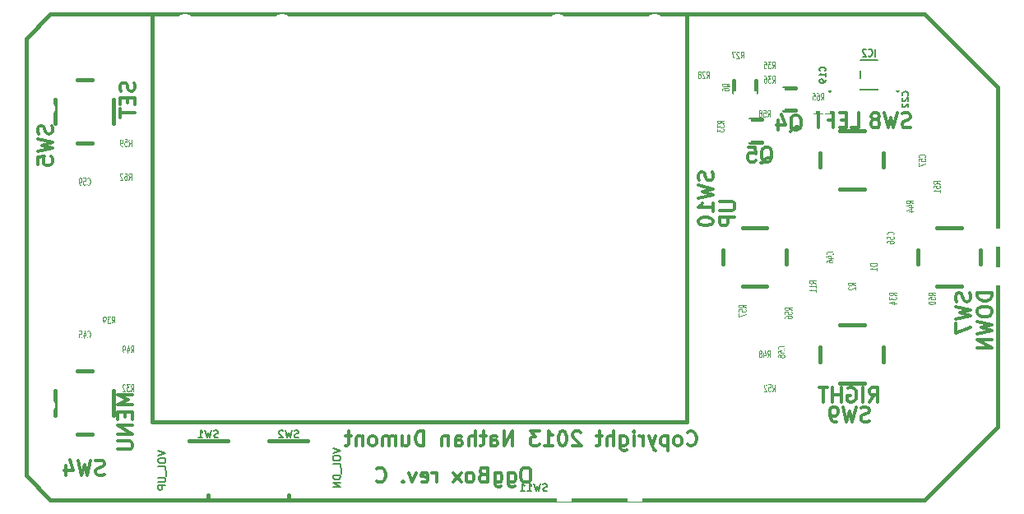
<source format=gbo>
G04 (created by PCBNEW (2013-07-05 BZR 4237)-testing) date Sat 03 Aug 2013 11:53:29 BST*
%MOIN*%
G04 Gerber Fmt 3.4, Leading zero omitted, Abs format*
%FSLAX34Y34*%
G01*
G70*
G90*
G04 APERTURE LIST*
%ADD10C,0.005906*%
%ADD11C,0.012000*%
%ADD12C,0.015000*%
%ADD13C,0.005000*%
%ADD14C,0.004331*%
%ADD15C,0.004500*%
%ADD16C,0.004429*%
%ADD17C,0.080000*%
%ADD18C,0.059400*%
%ADD19R,0.050000X0.040000*%
%ADD20R,0.059000X0.048000*%
%ADD21R,0.075000X0.055000*%
%ADD22R,0.090000X0.090000*%
%ADD23C,0.090000*%
%ADD24R,0.075000X0.146000*%
%ADD25R,0.146000X0.075000*%
%ADD26C,0.060000*%
%ADD27C,0.055400*%
%ADD28R,0.059400X0.051500*%
%ADD29R,0.047600X0.079100*%
%ADD30C,0.036200*%
%ADD31R,0.079100X0.075100*%
%ADD32R,0.043600X0.055400*%
%ADD33R,0.055400X0.043600*%
%ADD34R,0.079100X0.079100*%
%ADD35C,0.079100*%
%ADD36R,0.041654X0.043622*%
%ADD37R,0.043622X0.041654*%
G04 APERTURE END LIST*
G54D10*
G54D11*
X26793Y2249D02*
X26821Y2221D01*
X26907Y2193D01*
X26964Y2193D01*
X27050Y2221D01*
X27107Y2278D01*
X27136Y2334D01*
X27164Y2446D01*
X27164Y2531D01*
X27136Y2643D01*
X27107Y2700D01*
X27050Y2756D01*
X26964Y2784D01*
X26907Y2784D01*
X26821Y2756D01*
X26793Y2728D01*
X26450Y2193D02*
X26507Y2221D01*
X26536Y2249D01*
X26564Y2306D01*
X26564Y2475D01*
X26536Y2531D01*
X26507Y2559D01*
X26450Y2587D01*
X26364Y2587D01*
X26307Y2559D01*
X26279Y2531D01*
X26250Y2475D01*
X26250Y2306D01*
X26279Y2249D01*
X26307Y2221D01*
X26364Y2193D01*
X26450Y2193D01*
X25993Y2587D02*
X25993Y1996D01*
X25993Y2559D02*
X25936Y2587D01*
X25821Y2587D01*
X25764Y2559D01*
X25736Y2531D01*
X25707Y2475D01*
X25707Y2306D01*
X25736Y2249D01*
X25764Y2221D01*
X25821Y2193D01*
X25936Y2193D01*
X25993Y2221D01*
X25507Y2587D02*
X25364Y2193D01*
X25221Y2587D02*
X25364Y2193D01*
X25421Y2052D01*
X25450Y2024D01*
X25507Y1996D01*
X24993Y2193D02*
X24993Y2587D01*
X24993Y2475D02*
X24964Y2531D01*
X24936Y2559D01*
X24879Y2587D01*
X24821Y2587D01*
X24621Y2193D02*
X24621Y2587D01*
X24621Y2784D02*
X24650Y2756D01*
X24621Y2728D01*
X24593Y2756D01*
X24621Y2784D01*
X24621Y2728D01*
X24079Y2587D02*
X24079Y2109D01*
X24107Y2052D01*
X24136Y2024D01*
X24193Y1996D01*
X24279Y1996D01*
X24336Y2024D01*
X24079Y2221D02*
X24136Y2193D01*
X24250Y2193D01*
X24307Y2221D01*
X24336Y2249D01*
X24364Y2306D01*
X24364Y2475D01*
X24336Y2531D01*
X24307Y2559D01*
X24250Y2587D01*
X24136Y2587D01*
X24079Y2559D01*
X23793Y2193D02*
X23793Y2784D01*
X23536Y2193D02*
X23536Y2503D01*
X23564Y2559D01*
X23621Y2587D01*
X23707Y2587D01*
X23764Y2559D01*
X23793Y2531D01*
X23336Y2587D02*
X23107Y2587D01*
X23250Y2784D02*
X23250Y2278D01*
X23221Y2221D01*
X23164Y2193D01*
X23107Y2193D01*
X22479Y2728D02*
X22450Y2756D01*
X22393Y2784D01*
X22250Y2784D01*
X22193Y2756D01*
X22164Y2728D01*
X22136Y2672D01*
X22136Y2615D01*
X22164Y2531D01*
X22507Y2193D01*
X22136Y2193D01*
X21764Y2784D02*
X21707Y2784D01*
X21650Y2756D01*
X21621Y2728D01*
X21593Y2672D01*
X21564Y2559D01*
X21564Y2418D01*
X21593Y2306D01*
X21621Y2249D01*
X21650Y2221D01*
X21707Y2193D01*
X21764Y2193D01*
X21821Y2221D01*
X21850Y2249D01*
X21879Y2306D01*
X21907Y2418D01*
X21907Y2559D01*
X21879Y2672D01*
X21850Y2728D01*
X21821Y2756D01*
X21764Y2784D01*
X20993Y2193D02*
X21336Y2193D01*
X21164Y2193D02*
X21164Y2784D01*
X21221Y2700D01*
X21278Y2643D01*
X21336Y2615D01*
X20793Y2784D02*
X20421Y2784D01*
X20621Y2559D01*
X20536Y2559D01*
X20478Y2531D01*
X20450Y2503D01*
X20421Y2446D01*
X20421Y2306D01*
X20450Y2249D01*
X20478Y2221D01*
X20536Y2193D01*
X20707Y2193D01*
X20764Y2221D01*
X20793Y2249D01*
X19707Y2193D02*
X19707Y2784D01*
X19364Y2193D01*
X19364Y2784D01*
X18821Y2193D02*
X18821Y2503D01*
X18850Y2559D01*
X18907Y2587D01*
X19021Y2587D01*
X19078Y2559D01*
X18821Y2221D02*
X18878Y2193D01*
X19021Y2193D01*
X19078Y2221D01*
X19107Y2278D01*
X19107Y2334D01*
X19078Y2390D01*
X19021Y2418D01*
X18878Y2418D01*
X18821Y2446D01*
X18621Y2587D02*
X18393Y2587D01*
X18536Y2784D02*
X18536Y2278D01*
X18507Y2221D01*
X18450Y2193D01*
X18393Y2193D01*
X18193Y2193D02*
X18193Y2784D01*
X17936Y2193D02*
X17936Y2503D01*
X17964Y2559D01*
X18021Y2587D01*
X18107Y2587D01*
X18164Y2559D01*
X18193Y2531D01*
X17393Y2193D02*
X17393Y2503D01*
X17421Y2559D01*
X17478Y2587D01*
X17593Y2587D01*
X17650Y2559D01*
X17393Y2221D02*
X17450Y2193D01*
X17593Y2193D01*
X17650Y2221D01*
X17678Y2278D01*
X17678Y2334D01*
X17650Y2390D01*
X17593Y2418D01*
X17450Y2418D01*
X17393Y2446D01*
X17107Y2587D02*
X17107Y2193D01*
X17107Y2531D02*
X17078Y2559D01*
X17021Y2587D01*
X16936Y2587D01*
X16878Y2559D01*
X16850Y2503D01*
X16850Y2193D01*
X16107Y2193D02*
X16107Y2784D01*
X15964Y2784D01*
X15878Y2756D01*
X15821Y2700D01*
X15793Y2643D01*
X15764Y2531D01*
X15764Y2446D01*
X15793Y2334D01*
X15821Y2278D01*
X15878Y2221D01*
X15964Y2193D01*
X16107Y2193D01*
X15250Y2587D02*
X15250Y2193D01*
X15507Y2587D02*
X15507Y2278D01*
X15478Y2221D01*
X15421Y2193D01*
X15336Y2193D01*
X15278Y2221D01*
X15250Y2249D01*
X14964Y2193D02*
X14964Y2587D01*
X14964Y2531D02*
X14936Y2559D01*
X14879Y2587D01*
X14793Y2587D01*
X14736Y2559D01*
X14707Y2503D01*
X14707Y2193D01*
X14707Y2503D02*
X14679Y2559D01*
X14621Y2587D01*
X14536Y2587D01*
X14479Y2559D01*
X14450Y2503D01*
X14450Y2193D01*
X14079Y2193D02*
X14136Y2221D01*
X14164Y2249D01*
X14193Y2306D01*
X14193Y2475D01*
X14164Y2531D01*
X14136Y2559D01*
X14079Y2587D01*
X13993Y2587D01*
X13936Y2559D01*
X13907Y2531D01*
X13879Y2475D01*
X13879Y2306D01*
X13907Y2249D01*
X13936Y2221D01*
X13993Y2193D01*
X14079Y2193D01*
X13621Y2587D02*
X13621Y2193D01*
X13621Y2531D02*
X13593Y2559D01*
X13536Y2587D01*
X13450Y2587D01*
X13393Y2559D01*
X13364Y2503D01*
X13364Y2193D01*
X13164Y2587D02*
X12936Y2587D01*
X13079Y2784D02*
X13079Y2278D01*
X13050Y2221D01*
X12993Y2193D01*
X12936Y2193D01*
X20308Y1308D02*
X20194Y1308D01*
X20137Y1280D01*
X20080Y1224D01*
X20051Y1111D01*
X20051Y914D01*
X20080Y802D01*
X20137Y745D01*
X20194Y717D01*
X20308Y717D01*
X20365Y745D01*
X20423Y802D01*
X20451Y914D01*
X20451Y1111D01*
X20423Y1224D01*
X20365Y1280D01*
X20308Y1308D01*
X19537Y1111D02*
X19537Y633D01*
X19565Y576D01*
X19594Y548D01*
X19651Y520D01*
X19737Y520D01*
X19794Y548D01*
X19537Y745D02*
X19594Y717D01*
X19708Y717D01*
X19765Y745D01*
X19794Y773D01*
X19823Y830D01*
X19823Y999D01*
X19794Y1055D01*
X19765Y1083D01*
X19708Y1111D01*
X19594Y1111D01*
X19537Y1083D01*
X18994Y1111D02*
X18994Y633D01*
X19023Y576D01*
X19051Y548D01*
X19108Y520D01*
X19194Y520D01*
X19251Y548D01*
X18994Y745D02*
X19051Y717D01*
X19165Y717D01*
X19223Y745D01*
X19251Y773D01*
X19280Y830D01*
X19280Y999D01*
X19251Y1055D01*
X19223Y1083D01*
X19165Y1111D01*
X19051Y1111D01*
X18994Y1083D01*
X18508Y1027D02*
X18423Y999D01*
X18394Y970D01*
X18365Y914D01*
X18365Y830D01*
X18394Y773D01*
X18423Y745D01*
X18480Y717D01*
X18708Y717D01*
X18708Y1308D01*
X18508Y1308D01*
X18451Y1280D01*
X18423Y1252D01*
X18394Y1196D01*
X18394Y1139D01*
X18423Y1083D01*
X18451Y1055D01*
X18508Y1027D01*
X18708Y1027D01*
X18023Y717D02*
X18080Y745D01*
X18108Y773D01*
X18137Y830D01*
X18137Y999D01*
X18108Y1055D01*
X18080Y1083D01*
X18023Y1111D01*
X17937Y1111D01*
X17880Y1083D01*
X17851Y1055D01*
X17823Y999D01*
X17823Y830D01*
X17851Y773D01*
X17880Y745D01*
X17937Y717D01*
X18023Y717D01*
X17623Y717D02*
X17308Y1111D01*
X17623Y1111D02*
X17308Y717D01*
X16623Y717D02*
X16623Y1111D01*
X16623Y999D02*
X16594Y1055D01*
X16565Y1083D01*
X16508Y1111D01*
X16451Y1111D01*
X16023Y745D02*
X16080Y717D01*
X16194Y717D01*
X16251Y745D01*
X16280Y802D01*
X16280Y1027D01*
X16251Y1083D01*
X16194Y1111D01*
X16080Y1111D01*
X16023Y1083D01*
X15994Y1027D01*
X15994Y970D01*
X16280Y914D01*
X15794Y1111D02*
X15651Y717D01*
X15508Y1111D01*
X15280Y773D02*
X15251Y745D01*
X15280Y717D01*
X15308Y745D01*
X15280Y773D01*
X15280Y717D01*
X14194Y773D02*
X14223Y745D01*
X14308Y717D01*
X14365Y717D01*
X14451Y745D01*
X14508Y802D01*
X14537Y858D01*
X14565Y970D01*
X14565Y1055D01*
X14537Y1167D01*
X14508Y1224D01*
X14451Y1280D01*
X14365Y1308D01*
X14308Y1308D01*
X14223Y1280D01*
X14194Y1252D01*
G54D12*
X39369Y16733D02*
X39370Y16733D01*
X36417Y19685D02*
X39369Y16733D01*
X984Y19685D02*
X0Y18701D01*
X36417Y19685D02*
X984Y19685D01*
X36417Y0D02*
X39370Y2953D01*
X0Y984D02*
X0Y985D01*
X984Y0D02*
X0Y984D01*
X36417Y0D02*
X984Y0D01*
X0Y18701D02*
X0Y985D01*
X39370Y16733D02*
X39370Y2953D01*
X22047Y19686D02*
X25000Y19686D01*
X11024Y19686D02*
X21063Y19686D01*
X9646Y19686D02*
X9843Y19686D01*
X7087Y19686D02*
X9646Y19686D01*
X26772Y19686D02*
X26772Y3150D01*
X26772Y3150D02*
X5118Y3150D01*
X5118Y3150D02*
X5118Y19686D01*
X5118Y19686D02*
X5906Y19686D01*
X26772Y19686D02*
X25984Y19686D01*
G54D13*
X33803Y16624D02*
X34503Y16624D01*
X34503Y16624D02*
X34503Y17824D01*
X34503Y17824D02*
X33803Y17824D01*
X33803Y17824D02*
X33803Y16624D01*
X35380Y16574D02*
G75*
G03X35380Y16574I-50J0D01*
G74*
G01*
X35330Y17024D02*
X35330Y16624D01*
X35330Y16624D02*
X35930Y16624D01*
X35930Y16624D02*
X35930Y17024D01*
X35930Y17424D02*
X35930Y17824D01*
X35930Y17824D02*
X35330Y17824D01*
X35330Y17824D02*
X35330Y17424D01*
X32624Y16574D02*
G75*
G03X32624Y16574I-50J0D01*
G74*
G01*
X32574Y17024D02*
X32574Y16624D01*
X32574Y16624D02*
X33174Y16624D01*
X33174Y16624D02*
X33174Y17024D01*
X33174Y17424D02*
X33174Y17824D01*
X33174Y17824D02*
X32574Y17824D01*
X32574Y17824D02*
X32574Y17424D01*
G54D12*
X1181Y3445D02*
X1181Y4429D01*
X3543Y3445D02*
X3543Y4429D01*
X2657Y5217D02*
X2067Y5217D01*
X2657Y2657D02*
X2067Y2657D01*
X29036Y11024D02*
X30020Y11024D01*
X29036Y8662D02*
X30020Y8662D01*
X30808Y9548D02*
X30808Y10138D01*
X28248Y9548D02*
X28248Y10138D01*
X36910Y11024D02*
X37894Y11024D01*
X36910Y8662D02*
X37894Y8662D01*
X38682Y9548D02*
X38682Y10138D01*
X36122Y9548D02*
X36122Y10138D01*
X32973Y14961D02*
X33957Y14961D01*
X32973Y12599D02*
X33957Y12599D01*
X34745Y13485D02*
X34745Y14075D01*
X32185Y13485D02*
X32185Y14075D01*
X32973Y7087D02*
X33957Y7087D01*
X32973Y4725D02*
X33957Y4725D01*
X34745Y5611D02*
X34745Y6201D01*
X32185Y5611D02*
X32185Y6201D01*
X1181Y15256D02*
X1181Y16240D01*
X3543Y15256D02*
X3543Y16240D01*
X2657Y17028D02*
X2067Y17028D01*
X2657Y14468D02*
X2067Y14468D01*
X24212Y0D02*
X22244Y0D01*
X10630Y1D02*
X10630Y198D01*
X9843Y1D02*
X11417Y1D01*
X9843Y2383D02*
X11417Y2383D01*
X7382Y1D02*
X7382Y198D01*
X6595Y1D02*
X8169Y1D01*
X6595Y2383D02*
X8169Y2383D01*
X30708Y15787D02*
X31181Y15787D01*
X30708Y16693D02*
X31181Y16693D01*
X29330Y14508D02*
X29803Y14508D01*
X29330Y15413D02*
X29803Y15413D01*
X29586Y16535D02*
X29586Y17008D01*
X28681Y16535D02*
X28681Y17008D01*
G54D13*
X34397Y17974D02*
X34397Y18274D01*
X34135Y18003D02*
X34147Y17989D01*
X34183Y17974D01*
X34207Y17974D01*
X34242Y17989D01*
X34266Y18017D01*
X34278Y18046D01*
X34290Y18103D01*
X34290Y18146D01*
X34278Y18203D01*
X34266Y18232D01*
X34242Y18260D01*
X34207Y18274D01*
X34183Y18274D01*
X34147Y18260D01*
X34135Y18246D01*
X34040Y18246D02*
X34028Y18260D01*
X34004Y18274D01*
X33945Y18274D01*
X33921Y18260D01*
X33909Y18246D01*
X33897Y18217D01*
X33897Y18189D01*
X33909Y18146D01*
X34052Y17974D01*
X33897Y17974D01*
G54D14*
X34475Y9579D02*
X34199Y9579D01*
X34199Y9537D01*
X34212Y9512D01*
X34238Y9495D01*
X34265Y9487D01*
X34317Y9478D01*
X34357Y9478D01*
X34409Y9487D01*
X34435Y9495D01*
X34462Y9512D01*
X34475Y9537D01*
X34475Y9579D01*
X34475Y9310D02*
X34475Y9411D01*
X34475Y9360D02*
X34199Y9360D01*
X34238Y9377D01*
X34265Y9394D01*
X34278Y9411D01*
G54D13*
X35721Y16399D02*
X35733Y16411D01*
X35745Y16447D01*
X35745Y16470D01*
X35733Y16506D01*
X35709Y16530D01*
X35685Y16542D01*
X35637Y16554D01*
X35602Y16554D01*
X35554Y16542D01*
X35530Y16530D01*
X35507Y16506D01*
X35495Y16470D01*
X35495Y16447D01*
X35507Y16411D01*
X35518Y16399D01*
X35518Y16304D02*
X35507Y16292D01*
X35495Y16268D01*
X35495Y16209D01*
X35507Y16185D01*
X35518Y16173D01*
X35542Y16161D01*
X35566Y16161D01*
X35602Y16173D01*
X35745Y16316D01*
X35745Y16161D01*
X35518Y16066D02*
X35507Y16054D01*
X35495Y16030D01*
X35495Y15970D01*
X35507Y15947D01*
X35518Y15935D01*
X35542Y15923D01*
X35566Y15923D01*
X35602Y15935D01*
X35745Y16078D01*
X35745Y15923D01*
X32373Y17385D02*
X32385Y17397D01*
X32397Y17433D01*
X32397Y17456D01*
X32385Y17492D01*
X32361Y17516D01*
X32337Y17528D01*
X32290Y17540D01*
X32254Y17540D01*
X32206Y17528D01*
X32182Y17516D01*
X32159Y17492D01*
X32147Y17456D01*
X32147Y17433D01*
X32159Y17397D01*
X32170Y17385D01*
X32397Y17147D02*
X32397Y17290D01*
X32397Y17218D02*
X32147Y17218D01*
X32182Y17242D01*
X32206Y17266D01*
X32218Y17290D01*
X32397Y17028D02*
X32397Y16980D01*
X32385Y16956D01*
X32373Y16945D01*
X32337Y16921D01*
X32290Y16909D01*
X32194Y16909D01*
X32170Y16921D01*
X32159Y16933D01*
X32147Y16956D01*
X32147Y17004D01*
X32159Y17028D01*
X32170Y17040D01*
X32194Y17052D01*
X32254Y17052D01*
X32278Y17040D01*
X32290Y17028D01*
X32301Y17004D01*
X32301Y16956D01*
X32290Y16933D01*
X32278Y16921D01*
X32254Y16909D01*
G54D11*
X3162Y1037D02*
X3076Y1008D01*
X2933Y1008D01*
X2876Y1037D01*
X2847Y1065D01*
X2819Y1122D01*
X2819Y1180D01*
X2847Y1237D01*
X2876Y1265D01*
X2933Y1294D01*
X3047Y1322D01*
X3104Y1351D01*
X3133Y1380D01*
X3162Y1437D01*
X3162Y1494D01*
X3133Y1551D01*
X3104Y1580D01*
X3047Y1608D01*
X2904Y1608D01*
X2819Y1580D01*
X2619Y1608D02*
X2476Y1008D01*
X2362Y1437D01*
X2247Y1008D01*
X2104Y1608D01*
X1619Y1408D02*
X1619Y1008D01*
X1762Y1637D02*
X1904Y1208D01*
X1533Y1208D01*
X4306Y4250D02*
X3706Y4250D01*
X4135Y4050D01*
X3706Y3850D01*
X4306Y3850D01*
X3992Y3564D02*
X3992Y3364D01*
X4306Y3278D02*
X4306Y3564D01*
X3706Y3564D01*
X3706Y3278D01*
X4306Y3021D02*
X3706Y3021D01*
X4306Y2678D01*
X3706Y2678D01*
X3706Y2392D02*
X4192Y2392D01*
X4249Y2364D01*
X4278Y2335D01*
X4306Y2278D01*
X4306Y2164D01*
X4278Y2107D01*
X4249Y2078D01*
X4192Y2050D01*
X3706Y2050D01*
X27801Y13290D02*
X27830Y13205D01*
X27830Y13062D01*
X27801Y13005D01*
X27773Y12976D01*
X27716Y12947D01*
X27659Y12947D01*
X27601Y12976D01*
X27573Y13005D01*
X27544Y13062D01*
X27516Y13176D01*
X27487Y13233D01*
X27459Y13262D01*
X27401Y13290D01*
X27344Y13290D01*
X27287Y13262D01*
X27259Y13233D01*
X27230Y13176D01*
X27230Y13033D01*
X27259Y12947D01*
X27230Y12747D02*
X27830Y12605D01*
X27401Y12490D01*
X27830Y12376D01*
X27230Y12233D01*
X27830Y11690D02*
X27830Y12033D01*
X27830Y11862D02*
X27230Y11862D01*
X27316Y11919D01*
X27373Y11976D01*
X27401Y12033D01*
X27230Y11319D02*
X27230Y11262D01*
X27259Y11204D01*
X27287Y11176D01*
X27344Y11147D01*
X27459Y11119D01*
X27601Y11119D01*
X27716Y11147D01*
X27773Y11176D01*
X27801Y11204D01*
X27830Y11262D01*
X27830Y11319D01*
X27801Y11376D01*
X27773Y11404D01*
X27716Y11433D01*
X27601Y11462D01*
X27459Y11462D01*
X27344Y11433D01*
X27287Y11404D01*
X27259Y11376D01*
X27230Y11319D01*
X28116Y12086D02*
X28602Y12086D01*
X28659Y12057D01*
X28687Y12029D01*
X28716Y11972D01*
X28716Y11857D01*
X28687Y11800D01*
X28659Y11772D01*
X28602Y11743D01*
X28116Y11743D01*
X28716Y11457D02*
X28116Y11457D01*
X28116Y11229D01*
X28145Y11172D01*
X28173Y11143D01*
X28230Y11115D01*
X28316Y11115D01*
X28373Y11143D01*
X28402Y11172D01*
X28430Y11229D01*
X28430Y11457D01*
X38234Y8379D02*
X38263Y8293D01*
X38263Y8150D01*
X38234Y8093D01*
X38206Y8064D01*
X38149Y8036D01*
X38092Y8036D01*
X38034Y8064D01*
X38006Y8093D01*
X37977Y8150D01*
X37949Y8264D01*
X37920Y8321D01*
X37892Y8350D01*
X37834Y8379D01*
X37777Y8379D01*
X37720Y8350D01*
X37692Y8321D01*
X37663Y8264D01*
X37663Y8121D01*
X37692Y8036D01*
X37663Y7836D02*
X38263Y7693D01*
X37834Y7579D01*
X38263Y7464D01*
X37663Y7321D01*
X37663Y7150D02*
X37663Y6750D01*
X38263Y7007D01*
X39149Y8412D02*
X38549Y8412D01*
X38549Y8269D01*
X38578Y8183D01*
X38635Y8126D01*
X38692Y8098D01*
X38806Y8069D01*
X38892Y8069D01*
X39006Y8098D01*
X39063Y8126D01*
X39120Y8183D01*
X39149Y8269D01*
X39149Y8412D01*
X38549Y7698D02*
X38549Y7583D01*
X38578Y7526D01*
X38635Y7469D01*
X38749Y7441D01*
X38949Y7441D01*
X39063Y7469D01*
X39120Y7526D01*
X39149Y7583D01*
X39149Y7698D01*
X39120Y7755D01*
X39063Y7812D01*
X38949Y7841D01*
X38749Y7841D01*
X38635Y7812D01*
X38578Y7755D01*
X38549Y7698D01*
X38549Y7241D02*
X39149Y7098D01*
X38720Y6984D01*
X39149Y6869D01*
X38549Y6726D01*
X39149Y6498D02*
X38549Y6498D01*
X39149Y6155D01*
X38549Y6155D01*
X35839Y15111D02*
X35753Y15083D01*
X35610Y15083D01*
X35553Y15111D01*
X35525Y15140D01*
X35496Y15197D01*
X35496Y15254D01*
X35525Y15311D01*
X35553Y15340D01*
X35610Y15369D01*
X35725Y15397D01*
X35782Y15426D01*
X35810Y15454D01*
X35839Y15511D01*
X35839Y15569D01*
X35810Y15626D01*
X35782Y15654D01*
X35725Y15683D01*
X35582Y15683D01*
X35496Y15654D01*
X35296Y15683D02*
X35153Y15083D01*
X35039Y15511D01*
X34925Y15083D01*
X34782Y15683D01*
X34468Y15426D02*
X34525Y15454D01*
X34553Y15483D01*
X34582Y15540D01*
X34582Y15569D01*
X34553Y15626D01*
X34525Y15654D01*
X34468Y15683D01*
X34353Y15683D01*
X34296Y15654D01*
X34268Y15626D01*
X34239Y15569D01*
X34239Y15540D01*
X34268Y15483D01*
X34296Y15454D01*
X34353Y15426D01*
X34468Y15426D01*
X34525Y15397D01*
X34553Y15369D01*
X34582Y15311D01*
X34582Y15197D01*
X34553Y15140D01*
X34525Y15111D01*
X34468Y15083D01*
X34353Y15083D01*
X34296Y15111D01*
X34268Y15140D01*
X34239Y15197D01*
X34239Y15311D01*
X34268Y15369D01*
X34296Y15397D01*
X34353Y15426D01*
X33445Y15083D02*
X33731Y15083D01*
X33731Y15683D01*
X33245Y15397D02*
X33045Y15397D01*
X32959Y15083D02*
X33245Y15083D01*
X33245Y15683D01*
X32959Y15683D01*
X32502Y15397D02*
X32702Y15397D01*
X32702Y15083D02*
X32702Y15683D01*
X32416Y15683D01*
X32274Y15683D02*
X31931Y15683D01*
X32102Y15083D02*
X32102Y15683D01*
X34166Y3202D02*
X34080Y3173D01*
X33937Y3173D01*
X33880Y3202D01*
X33851Y3230D01*
X33823Y3288D01*
X33823Y3345D01*
X33851Y3402D01*
X33880Y3430D01*
X33937Y3459D01*
X34051Y3488D01*
X34109Y3516D01*
X34137Y3545D01*
X34166Y3602D01*
X34166Y3659D01*
X34137Y3716D01*
X34109Y3745D01*
X34051Y3773D01*
X33909Y3773D01*
X33823Y3745D01*
X33623Y3773D02*
X33480Y3173D01*
X33366Y3602D01*
X33251Y3173D01*
X33109Y3773D01*
X32851Y3173D02*
X32737Y3173D01*
X32680Y3202D01*
X32651Y3230D01*
X32594Y3316D01*
X32566Y3430D01*
X32566Y3659D01*
X32594Y3716D01*
X32623Y3745D01*
X32680Y3773D01*
X32794Y3773D01*
X32851Y3745D01*
X32880Y3716D01*
X32909Y3659D01*
X32909Y3516D01*
X32880Y3459D01*
X32851Y3430D01*
X32794Y3402D01*
X32680Y3402D01*
X32623Y3430D01*
X32594Y3459D01*
X32566Y3516D01*
X34166Y3961D02*
X34366Y4246D01*
X34509Y3961D02*
X34509Y4561D01*
X34280Y4561D01*
X34223Y4532D01*
X34194Y4504D01*
X34166Y4446D01*
X34166Y4361D01*
X34194Y4304D01*
X34223Y4275D01*
X34280Y4246D01*
X34509Y4246D01*
X33909Y3961D02*
X33909Y4561D01*
X33309Y4532D02*
X33366Y4561D01*
X33451Y4561D01*
X33537Y4532D01*
X33594Y4475D01*
X33623Y4418D01*
X33651Y4304D01*
X33651Y4218D01*
X33623Y4104D01*
X33594Y4046D01*
X33537Y3989D01*
X33451Y3961D01*
X33394Y3961D01*
X33309Y3989D01*
X33280Y4018D01*
X33280Y4218D01*
X33394Y4218D01*
X33023Y3961D02*
X33023Y4561D01*
X33023Y4275D02*
X32680Y4275D01*
X32680Y3961D02*
X32680Y4561D01*
X32480Y4561D02*
X32137Y4561D01*
X32309Y3961D02*
X32309Y4561D01*
X1030Y15170D02*
X1058Y15084D01*
X1058Y14941D01*
X1030Y14884D01*
X1001Y14856D01*
X944Y14827D01*
X887Y14827D01*
X830Y14856D01*
X801Y14884D01*
X773Y14941D01*
X744Y15056D01*
X716Y15113D01*
X687Y15141D01*
X630Y15170D01*
X573Y15170D01*
X516Y15141D01*
X487Y15113D01*
X458Y15056D01*
X458Y14913D01*
X487Y14827D01*
X458Y14627D02*
X1058Y14484D01*
X630Y14370D01*
X1058Y14256D01*
X458Y14113D01*
X458Y13599D02*
X458Y13884D01*
X744Y13913D01*
X716Y13884D01*
X687Y13827D01*
X687Y13684D01*
X716Y13627D01*
X744Y13599D01*
X801Y13570D01*
X944Y13570D01*
X1001Y13599D01*
X1030Y13627D01*
X1058Y13684D01*
X1058Y13827D01*
X1030Y13884D01*
X1001Y13913D01*
X4376Y16911D02*
X4405Y16826D01*
X4405Y16683D01*
X4376Y16626D01*
X4348Y16597D01*
X4291Y16569D01*
X4233Y16569D01*
X4176Y16597D01*
X4148Y16626D01*
X4119Y16683D01*
X4091Y16797D01*
X4062Y16854D01*
X4033Y16883D01*
X3976Y16911D01*
X3919Y16911D01*
X3862Y16883D01*
X3833Y16854D01*
X3805Y16797D01*
X3805Y16654D01*
X3833Y16569D01*
X4091Y16311D02*
X4091Y16111D01*
X4405Y16026D02*
X4405Y16311D01*
X3805Y16311D01*
X3805Y16026D01*
X3805Y15854D02*
X3805Y15511D01*
X4405Y15683D02*
X3805Y15683D01*
G54D13*
X21113Y371D02*
X21070Y356D01*
X20999Y356D01*
X20970Y371D01*
X20956Y385D01*
X20942Y413D01*
X20942Y442D01*
X20956Y471D01*
X20970Y485D01*
X20999Y499D01*
X21056Y513D01*
X21085Y528D01*
X21099Y542D01*
X21113Y571D01*
X21113Y599D01*
X21099Y628D01*
X21085Y642D01*
X21056Y656D01*
X20985Y656D01*
X20942Y642D01*
X20842Y656D02*
X20770Y356D01*
X20713Y571D01*
X20656Y356D01*
X20585Y656D01*
X20313Y356D02*
X20485Y356D01*
X20399Y356D02*
X20399Y656D01*
X20428Y613D01*
X20456Y585D01*
X20485Y571D01*
X20028Y356D02*
X20199Y356D01*
X20113Y356D02*
X20113Y656D01*
X20142Y613D01*
X20170Y585D01*
X20199Y571D01*
X11029Y2536D02*
X10987Y2522D01*
X10915Y2522D01*
X10887Y2536D01*
X10872Y2550D01*
X10858Y2579D01*
X10858Y2608D01*
X10872Y2636D01*
X10887Y2650D01*
X10915Y2665D01*
X10972Y2679D01*
X11001Y2693D01*
X11015Y2708D01*
X11029Y2736D01*
X11029Y2765D01*
X11015Y2793D01*
X11001Y2808D01*
X10972Y2822D01*
X10901Y2822D01*
X10858Y2808D01*
X10758Y2822D02*
X10687Y2522D01*
X10629Y2736D01*
X10572Y2522D01*
X10501Y2822D01*
X10401Y2793D02*
X10387Y2808D01*
X10358Y2822D01*
X10287Y2822D01*
X10258Y2808D01*
X10244Y2793D01*
X10230Y2765D01*
X10230Y2736D01*
X10244Y2693D01*
X10415Y2522D01*
X10230Y2522D01*
X12434Y2080D02*
X12734Y1980D01*
X12434Y1880D01*
X12434Y1722D02*
X12434Y1665D01*
X12449Y1637D01*
X12477Y1608D01*
X12534Y1594D01*
X12634Y1594D01*
X12691Y1608D01*
X12720Y1637D01*
X12734Y1665D01*
X12734Y1722D01*
X12720Y1751D01*
X12691Y1779D01*
X12634Y1794D01*
X12534Y1794D01*
X12477Y1779D01*
X12449Y1751D01*
X12434Y1722D01*
X12734Y1322D02*
X12734Y1465D01*
X12434Y1465D01*
X12763Y1294D02*
X12763Y1065D01*
X12734Y994D02*
X12434Y994D01*
X12434Y922D01*
X12449Y880D01*
X12477Y851D01*
X12506Y837D01*
X12563Y822D01*
X12606Y822D01*
X12663Y837D01*
X12691Y851D01*
X12720Y880D01*
X12734Y922D01*
X12734Y994D01*
X12734Y694D02*
X12434Y694D01*
X12734Y522D01*
X12434Y522D01*
X7781Y2536D02*
X7739Y2522D01*
X7667Y2522D01*
X7639Y2536D01*
X7624Y2550D01*
X7610Y2579D01*
X7610Y2608D01*
X7624Y2636D01*
X7639Y2650D01*
X7667Y2665D01*
X7724Y2679D01*
X7753Y2693D01*
X7767Y2708D01*
X7781Y2736D01*
X7781Y2765D01*
X7767Y2793D01*
X7753Y2808D01*
X7724Y2822D01*
X7653Y2822D01*
X7610Y2808D01*
X7510Y2822D02*
X7439Y2522D01*
X7381Y2736D01*
X7324Y2522D01*
X7253Y2822D01*
X6982Y2522D02*
X7153Y2522D01*
X7067Y2522D02*
X7067Y2822D01*
X7096Y2779D01*
X7124Y2750D01*
X7153Y2736D01*
X5347Y1982D02*
X5647Y1882D01*
X5347Y1782D01*
X5347Y1624D02*
X5347Y1567D01*
X5362Y1539D01*
X5390Y1510D01*
X5447Y1496D01*
X5547Y1496D01*
X5604Y1510D01*
X5633Y1539D01*
X5647Y1567D01*
X5647Y1624D01*
X5633Y1653D01*
X5604Y1681D01*
X5547Y1696D01*
X5447Y1696D01*
X5390Y1681D01*
X5362Y1653D01*
X5347Y1624D01*
X5647Y1224D02*
X5647Y1367D01*
X5347Y1367D01*
X5676Y1196D02*
X5676Y967D01*
X5347Y896D02*
X5590Y896D01*
X5619Y882D01*
X5633Y867D01*
X5647Y839D01*
X5647Y782D01*
X5633Y753D01*
X5619Y739D01*
X5590Y724D01*
X5347Y724D01*
X5647Y581D02*
X5347Y581D01*
X5347Y467D01*
X5362Y439D01*
X5376Y424D01*
X5404Y410D01*
X5447Y410D01*
X5476Y424D01*
X5490Y439D01*
X5504Y467D01*
X5504Y581D01*
G54D15*
X2477Y6593D02*
X2486Y6579D01*
X2512Y6566D01*
X2529Y6566D01*
X2555Y6579D01*
X2572Y6606D01*
X2580Y6633D01*
X2589Y6686D01*
X2589Y6726D01*
X2580Y6779D01*
X2572Y6806D01*
X2555Y6833D01*
X2529Y6846D01*
X2512Y6846D01*
X2486Y6833D01*
X2477Y6819D01*
X2323Y6753D02*
X2323Y6566D01*
X2366Y6859D02*
X2409Y6659D01*
X2297Y6659D01*
X2143Y6846D02*
X2229Y6846D01*
X2237Y6713D01*
X2229Y6726D01*
X2212Y6739D01*
X2169Y6739D01*
X2152Y6726D01*
X2143Y6713D01*
X2135Y6686D01*
X2135Y6619D01*
X2143Y6593D01*
X2152Y6579D01*
X2169Y6566D01*
X2212Y6566D01*
X2229Y6579D01*
X2237Y6593D01*
X32678Y9958D02*
X32692Y9967D01*
X32705Y9992D01*
X32705Y10010D01*
X32692Y10035D01*
X32665Y10052D01*
X32638Y10061D01*
X32585Y10070D01*
X32545Y10070D01*
X32492Y10061D01*
X32465Y10052D01*
X32438Y10035D01*
X32425Y10010D01*
X32425Y9992D01*
X32438Y9967D01*
X32452Y9958D01*
X32518Y9804D02*
X32705Y9804D01*
X32412Y9847D02*
X32612Y9890D01*
X32612Y9778D01*
X32425Y9632D02*
X32425Y9667D01*
X32438Y9684D01*
X32452Y9692D01*
X32492Y9710D01*
X32545Y9718D01*
X32652Y9718D01*
X32678Y9710D01*
X32692Y9701D01*
X32705Y9684D01*
X32705Y9650D01*
X32692Y9632D01*
X32678Y9624D01*
X32652Y9615D01*
X32585Y9615D01*
X32558Y9624D01*
X32545Y9632D01*
X32532Y9650D01*
X32532Y9684D01*
X32545Y9701D01*
X32558Y9710D01*
X32585Y9718D01*
X35139Y10746D02*
X35152Y10754D01*
X35166Y10780D01*
X35166Y10797D01*
X35152Y10823D01*
X35126Y10840D01*
X35099Y10848D01*
X35046Y10857D01*
X35006Y10857D01*
X34952Y10848D01*
X34926Y10840D01*
X34899Y10823D01*
X34886Y10797D01*
X34886Y10780D01*
X34899Y10754D01*
X34912Y10746D01*
X34886Y10583D02*
X34886Y10668D01*
X35019Y10677D01*
X35006Y10668D01*
X34992Y10651D01*
X34992Y10608D01*
X35006Y10591D01*
X35019Y10583D01*
X35046Y10574D01*
X35112Y10574D01*
X35139Y10583D01*
X35152Y10591D01*
X35166Y10608D01*
X35166Y10651D01*
X35152Y10668D01*
X35139Y10677D01*
X34886Y10420D02*
X34886Y10454D01*
X34899Y10471D01*
X34912Y10480D01*
X34952Y10497D01*
X35006Y10506D01*
X35112Y10506D01*
X35139Y10497D01*
X35152Y10488D01*
X35166Y10471D01*
X35166Y10437D01*
X35152Y10420D01*
X35139Y10411D01*
X35112Y10403D01*
X35046Y10403D01*
X35019Y10411D01*
X35006Y10420D01*
X34992Y10437D01*
X34992Y10471D01*
X35006Y10488D01*
X35019Y10497D01*
X35046Y10506D01*
X36418Y13895D02*
X36432Y13904D01*
X36445Y13929D01*
X36445Y13947D01*
X36432Y13972D01*
X36405Y13989D01*
X36378Y13998D01*
X36325Y14007D01*
X36285Y14007D01*
X36232Y13998D01*
X36205Y13989D01*
X36178Y13972D01*
X36165Y13947D01*
X36165Y13929D01*
X36178Y13904D01*
X36192Y13895D01*
X36165Y13732D02*
X36165Y13818D01*
X36298Y13827D01*
X36285Y13818D01*
X36272Y13801D01*
X36272Y13758D01*
X36285Y13741D01*
X36298Y13732D01*
X36325Y13724D01*
X36392Y13724D01*
X36418Y13732D01*
X36432Y13741D01*
X36445Y13758D01*
X36445Y13801D01*
X36432Y13818D01*
X36418Y13827D01*
X36165Y13664D02*
X36165Y13544D01*
X36445Y13621D01*
X30710Y6120D02*
X30723Y6128D01*
X30736Y6154D01*
X30736Y6171D01*
X30723Y6197D01*
X30696Y6214D01*
X30670Y6222D01*
X30616Y6231D01*
X30576Y6231D01*
X30523Y6222D01*
X30496Y6214D01*
X30470Y6197D01*
X30456Y6171D01*
X30456Y6154D01*
X30470Y6128D01*
X30483Y6120D01*
X30456Y5957D02*
X30456Y6042D01*
X30590Y6051D01*
X30576Y6042D01*
X30563Y6025D01*
X30563Y5982D01*
X30576Y5965D01*
X30590Y5957D01*
X30616Y5948D01*
X30683Y5948D01*
X30710Y5957D01*
X30723Y5965D01*
X30736Y5982D01*
X30736Y6025D01*
X30723Y6042D01*
X30710Y6051D01*
X30576Y5845D02*
X30563Y5862D01*
X30550Y5871D01*
X30523Y5880D01*
X30510Y5880D01*
X30483Y5871D01*
X30470Y5862D01*
X30456Y5845D01*
X30456Y5811D01*
X30470Y5794D01*
X30483Y5785D01*
X30510Y5777D01*
X30523Y5777D01*
X30550Y5785D01*
X30563Y5794D01*
X30576Y5811D01*
X30576Y5845D01*
X30590Y5862D01*
X30603Y5871D01*
X30630Y5880D01*
X30683Y5880D01*
X30710Y5871D01*
X30723Y5862D01*
X30736Y5845D01*
X30736Y5811D01*
X30723Y5794D01*
X30710Y5785D01*
X30683Y5777D01*
X30630Y5777D01*
X30603Y5785D01*
X30590Y5794D01*
X30576Y5811D01*
X2477Y12794D02*
X2486Y12780D01*
X2512Y12767D01*
X2529Y12767D01*
X2555Y12780D01*
X2572Y12807D01*
X2580Y12834D01*
X2589Y12887D01*
X2589Y12927D01*
X2580Y12980D01*
X2572Y13007D01*
X2555Y13034D01*
X2529Y13047D01*
X2512Y13047D01*
X2486Y13034D01*
X2477Y13020D01*
X2315Y13047D02*
X2400Y13047D01*
X2409Y12914D01*
X2400Y12927D01*
X2383Y12940D01*
X2340Y12940D01*
X2323Y12927D01*
X2315Y12914D01*
X2306Y12887D01*
X2306Y12820D01*
X2315Y12794D01*
X2323Y12780D01*
X2340Y12767D01*
X2383Y12767D01*
X2400Y12780D01*
X2409Y12794D01*
X2220Y12767D02*
X2186Y12767D01*
X2169Y12780D01*
X2160Y12794D01*
X2143Y12834D01*
X2135Y12887D01*
X2135Y12994D01*
X2143Y13020D01*
X2152Y13034D01*
X2169Y13047D01*
X2203Y13047D01*
X2220Y13034D01*
X2229Y13020D01*
X2237Y12994D01*
X2237Y12927D01*
X2229Y12900D01*
X2220Y12887D01*
X2203Y12874D01*
X2169Y12874D01*
X2152Y12887D01*
X2143Y12900D01*
X2135Y12927D01*
G54D11*
X30962Y14927D02*
X31019Y14956D01*
X31077Y15013D01*
X31162Y15099D01*
X31219Y15127D01*
X31277Y15127D01*
X31248Y14984D02*
X31305Y15013D01*
X31362Y15070D01*
X31391Y15184D01*
X31391Y15384D01*
X31362Y15499D01*
X31305Y15556D01*
X31248Y15584D01*
X31134Y15584D01*
X31077Y15556D01*
X31019Y15499D01*
X30991Y15384D01*
X30991Y15184D01*
X31019Y15070D01*
X31077Y15013D01*
X31134Y14984D01*
X31248Y14984D01*
X30477Y15384D02*
X30477Y14984D01*
X30619Y15613D02*
X30762Y15184D01*
X30391Y15184D01*
X29781Y13648D02*
X29838Y13676D01*
X29895Y13733D01*
X29981Y13819D01*
X30038Y13848D01*
X30095Y13848D01*
X30067Y13705D02*
X30124Y13733D01*
X30181Y13791D01*
X30210Y13905D01*
X30210Y14105D01*
X30181Y14219D01*
X30124Y14276D01*
X30067Y14305D01*
X29953Y14305D01*
X29895Y14276D01*
X29838Y14219D01*
X29810Y14105D01*
X29810Y13905D01*
X29838Y13791D01*
X29895Y13733D01*
X29953Y13705D01*
X30067Y13705D01*
X29267Y14305D02*
X29553Y14305D01*
X29581Y14019D01*
X29553Y14048D01*
X29495Y14076D01*
X29353Y14076D01*
X29295Y14048D01*
X29267Y14019D01*
X29238Y13962D01*
X29238Y13819D01*
X29267Y13762D01*
X29295Y13733D01*
X29353Y13705D01*
X29495Y13705D01*
X29553Y13733D01*
X29581Y13762D01*
G54D16*
X28497Y16749D02*
X28484Y16766D01*
X28458Y16783D01*
X28418Y16808D01*
X28405Y16825D01*
X28405Y16842D01*
X28471Y16833D02*
X28458Y16850D01*
X28431Y16867D01*
X28379Y16876D01*
X28287Y16876D01*
X28234Y16867D01*
X28208Y16850D01*
X28195Y16833D01*
X28195Y16800D01*
X28208Y16783D01*
X28234Y16766D01*
X28287Y16757D01*
X28379Y16757D01*
X28431Y16766D01*
X28458Y16783D01*
X28471Y16800D01*
X28471Y16833D01*
X28195Y16606D02*
X28195Y16639D01*
X28208Y16656D01*
X28221Y16665D01*
X28261Y16682D01*
X28313Y16690D01*
X28418Y16690D01*
X28444Y16682D01*
X28458Y16673D01*
X28471Y16656D01*
X28471Y16623D01*
X28458Y16606D01*
X28444Y16597D01*
X28418Y16589D01*
X28353Y16589D01*
X28326Y16597D01*
X28313Y16606D01*
X28300Y16623D01*
X28300Y16656D01*
X28313Y16673D01*
X28326Y16682D01*
X28353Y16690D01*
G54D15*
X33591Y8691D02*
X33457Y8751D01*
X33591Y8794D02*
X33311Y8794D01*
X33311Y8726D01*
X33324Y8708D01*
X33337Y8700D01*
X33364Y8691D01*
X33404Y8691D01*
X33431Y8700D01*
X33444Y8708D01*
X33457Y8726D01*
X33457Y8794D01*
X33337Y8623D02*
X33324Y8614D01*
X33311Y8597D01*
X33311Y8554D01*
X33324Y8537D01*
X33337Y8528D01*
X33364Y8520D01*
X33391Y8520D01*
X33431Y8528D01*
X33591Y8631D01*
X33591Y8520D01*
X32016Y8777D02*
X31883Y8837D01*
X32016Y8880D02*
X31736Y8880D01*
X31736Y8811D01*
X31749Y8794D01*
X31763Y8786D01*
X31789Y8777D01*
X31829Y8777D01*
X31856Y8786D01*
X31869Y8794D01*
X31883Y8811D01*
X31883Y8880D01*
X32016Y8606D02*
X32016Y8708D01*
X32016Y8657D02*
X31736Y8657D01*
X31776Y8674D01*
X31803Y8691D01*
X31816Y8708D01*
X32016Y8434D02*
X32016Y8537D01*
X32016Y8486D02*
X31736Y8486D01*
X31776Y8503D01*
X31803Y8520D01*
X31816Y8537D01*
X28954Y17885D02*
X29014Y18018D01*
X29057Y17885D02*
X29057Y18165D01*
X28988Y18165D01*
X28971Y18152D01*
X28962Y18138D01*
X28954Y18112D01*
X28954Y18072D01*
X28962Y18045D01*
X28971Y18032D01*
X28988Y18018D01*
X29057Y18018D01*
X28885Y18138D02*
X28877Y18152D01*
X28860Y18165D01*
X28817Y18165D01*
X28800Y18152D01*
X28791Y18138D01*
X28782Y18112D01*
X28782Y18085D01*
X28791Y18045D01*
X28894Y17885D01*
X28782Y17885D01*
X28722Y18165D02*
X28602Y18165D01*
X28680Y17885D01*
X27576Y17098D02*
X27636Y17231D01*
X27679Y17098D02*
X27679Y17378D01*
X27610Y17378D01*
X27593Y17364D01*
X27584Y17351D01*
X27576Y17324D01*
X27576Y17284D01*
X27584Y17258D01*
X27593Y17244D01*
X27610Y17231D01*
X27679Y17231D01*
X27507Y17351D02*
X27499Y17364D01*
X27482Y17378D01*
X27439Y17378D01*
X27422Y17364D01*
X27413Y17351D01*
X27404Y17324D01*
X27404Y17298D01*
X27413Y17258D01*
X27516Y17098D01*
X27404Y17098D01*
X27302Y17258D02*
X27319Y17271D01*
X27327Y17284D01*
X27336Y17311D01*
X27336Y17324D01*
X27327Y17351D01*
X27319Y17364D01*
X27302Y17378D01*
X27267Y17378D01*
X27250Y17364D01*
X27242Y17351D01*
X27233Y17324D01*
X27233Y17311D01*
X27242Y17284D01*
X27250Y17271D01*
X27267Y17258D01*
X27302Y17258D01*
X27319Y17244D01*
X27327Y17231D01*
X27336Y17204D01*
X27336Y17151D01*
X27327Y17124D01*
X27319Y17111D01*
X27302Y17098D01*
X27267Y17098D01*
X27250Y17111D01*
X27242Y17124D01*
X27233Y17151D01*
X27233Y17204D01*
X27242Y17231D01*
X27250Y17244D01*
X27267Y17258D01*
X4249Y4401D02*
X4309Y4534D01*
X4352Y4401D02*
X4352Y4681D01*
X4283Y4681D01*
X4266Y4667D01*
X4258Y4654D01*
X4249Y4627D01*
X4249Y4587D01*
X4258Y4561D01*
X4266Y4547D01*
X4283Y4534D01*
X4352Y4534D01*
X4189Y4681D02*
X4078Y4681D01*
X4138Y4574D01*
X4112Y4574D01*
X4095Y4561D01*
X4086Y4547D01*
X4078Y4521D01*
X4078Y4454D01*
X4086Y4427D01*
X4095Y4414D01*
X4112Y4401D01*
X4163Y4401D01*
X4181Y4414D01*
X4189Y4427D01*
X4009Y4654D02*
X4001Y4667D01*
X3983Y4681D01*
X3941Y4681D01*
X3923Y4667D01*
X3915Y4654D01*
X3906Y4627D01*
X3906Y4601D01*
X3915Y4561D01*
X4018Y4401D01*
X3906Y4401D01*
X28276Y15273D02*
X28143Y15333D01*
X28276Y15376D02*
X27996Y15376D01*
X27996Y15307D01*
X28009Y15290D01*
X28023Y15282D01*
X28049Y15273D01*
X28089Y15273D01*
X28116Y15282D01*
X28129Y15290D01*
X28143Y15307D01*
X28143Y15376D01*
X27996Y15213D02*
X27996Y15102D01*
X28103Y15162D01*
X28103Y15136D01*
X28116Y15119D01*
X28129Y15110D01*
X28156Y15102D01*
X28223Y15102D01*
X28249Y15110D01*
X28263Y15119D01*
X28276Y15136D01*
X28276Y15187D01*
X28263Y15205D01*
X28249Y15213D01*
X27996Y15042D02*
X27996Y14930D01*
X28103Y14990D01*
X28103Y14965D01*
X28116Y14947D01*
X28129Y14939D01*
X28156Y14930D01*
X28223Y14930D01*
X28249Y14939D01*
X28263Y14947D01*
X28276Y14965D01*
X28276Y15016D01*
X28263Y15033D01*
X28249Y15042D01*
X35264Y8285D02*
X35131Y8345D01*
X35264Y8388D02*
X34984Y8388D01*
X34984Y8319D01*
X34997Y8302D01*
X35011Y8293D01*
X35037Y8285D01*
X35077Y8285D01*
X35104Y8293D01*
X35117Y8302D01*
X35131Y8319D01*
X35131Y8388D01*
X34984Y8225D02*
X34984Y8113D01*
X35091Y8173D01*
X35091Y8148D01*
X35104Y8131D01*
X35117Y8122D01*
X35144Y8113D01*
X35211Y8113D01*
X35237Y8122D01*
X35251Y8131D01*
X35264Y8148D01*
X35264Y8199D01*
X35251Y8216D01*
X35237Y8225D01*
X35077Y7959D02*
X35264Y7959D01*
X34971Y8002D02*
X35171Y8045D01*
X35171Y7933D01*
X30233Y17491D02*
X30293Y17625D01*
X30336Y17491D02*
X30336Y17771D01*
X30268Y17771D01*
X30251Y17758D01*
X30242Y17745D01*
X30233Y17718D01*
X30233Y17678D01*
X30242Y17651D01*
X30251Y17638D01*
X30268Y17625D01*
X30336Y17625D01*
X30173Y17771D02*
X30062Y17771D01*
X30122Y17665D01*
X30096Y17665D01*
X30079Y17651D01*
X30071Y17638D01*
X30062Y17611D01*
X30062Y17545D01*
X30071Y17518D01*
X30079Y17505D01*
X30096Y17491D01*
X30148Y17491D01*
X30165Y17505D01*
X30173Y17518D01*
X29899Y17771D02*
X29985Y17771D01*
X29993Y17638D01*
X29985Y17651D01*
X29968Y17665D01*
X29925Y17665D01*
X29908Y17651D01*
X29899Y17638D01*
X29891Y17611D01*
X29891Y17545D01*
X29899Y17518D01*
X29908Y17505D01*
X29925Y17491D01*
X29968Y17491D01*
X29985Y17505D01*
X29993Y17518D01*
X30233Y16901D02*
X30293Y17034D01*
X30336Y16901D02*
X30336Y17181D01*
X30268Y17181D01*
X30251Y17167D01*
X30242Y17154D01*
X30233Y17127D01*
X30233Y17087D01*
X30242Y17061D01*
X30251Y17047D01*
X30268Y17034D01*
X30336Y17034D01*
X30173Y17181D02*
X30062Y17181D01*
X30122Y17074D01*
X30096Y17074D01*
X30079Y17061D01*
X30071Y17047D01*
X30062Y17021D01*
X30062Y16954D01*
X30071Y16927D01*
X30079Y16914D01*
X30096Y16901D01*
X30148Y16901D01*
X30165Y16914D01*
X30173Y16927D01*
X29908Y17181D02*
X29942Y17181D01*
X29959Y17167D01*
X29968Y17154D01*
X29985Y17114D01*
X29993Y17061D01*
X29993Y16954D01*
X29985Y16927D01*
X29976Y16914D01*
X29959Y16901D01*
X29925Y16901D01*
X29908Y16914D01*
X29899Y16927D01*
X29891Y16954D01*
X29891Y17021D01*
X29899Y17047D01*
X29908Y17061D01*
X29925Y17074D01*
X29959Y17074D01*
X29976Y17061D01*
X29985Y17047D01*
X29993Y17021D01*
X3462Y7157D02*
X3522Y7290D01*
X3565Y7157D02*
X3565Y7437D01*
X3496Y7437D01*
X3479Y7423D01*
X3470Y7410D01*
X3462Y7383D01*
X3462Y7343D01*
X3470Y7317D01*
X3479Y7303D01*
X3496Y7290D01*
X3565Y7290D01*
X3402Y7437D02*
X3290Y7437D01*
X3350Y7330D01*
X3325Y7330D01*
X3307Y7317D01*
X3299Y7303D01*
X3290Y7277D01*
X3290Y7210D01*
X3299Y7183D01*
X3307Y7170D01*
X3325Y7157D01*
X3376Y7157D01*
X3393Y7170D01*
X3402Y7183D01*
X3205Y7157D02*
X3170Y7157D01*
X3153Y7170D01*
X3145Y7183D01*
X3127Y7223D01*
X3119Y7277D01*
X3119Y7383D01*
X3127Y7410D01*
X3136Y7423D01*
X3153Y7437D01*
X3187Y7437D01*
X3205Y7423D01*
X3213Y7410D01*
X3222Y7383D01*
X3222Y7317D01*
X3213Y7290D01*
X3205Y7277D01*
X3187Y7263D01*
X3153Y7263D01*
X3136Y7277D01*
X3127Y7290D01*
X3119Y7317D01*
X35953Y12025D02*
X35820Y12085D01*
X35953Y12128D02*
X35673Y12128D01*
X35673Y12059D01*
X35686Y12042D01*
X35700Y12034D01*
X35726Y12025D01*
X35766Y12025D01*
X35793Y12034D01*
X35806Y12042D01*
X35820Y12059D01*
X35820Y12128D01*
X35766Y11871D02*
X35953Y11871D01*
X35660Y11914D02*
X35860Y11956D01*
X35860Y11845D01*
X35766Y11699D02*
X35953Y11699D01*
X35660Y11742D02*
X35860Y11785D01*
X35860Y11674D01*
X30037Y5779D02*
X30097Y5912D01*
X30139Y5779D02*
X30139Y6059D01*
X30071Y6059D01*
X30054Y6045D01*
X30045Y6032D01*
X30037Y6005D01*
X30037Y5965D01*
X30045Y5939D01*
X30054Y5925D01*
X30071Y5912D01*
X30139Y5912D01*
X29882Y5965D02*
X29882Y5779D01*
X29925Y6072D02*
X29968Y5872D01*
X29857Y5872D01*
X29762Y5939D02*
X29779Y5952D01*
X29788Y5965D01*
X29797Y5992D01*
X29797Y6005D01*
X29788Y6032D01*
X29779Y6045D01*
X29762Y6059D01*
X29728Y6059D01*
X29711Y6045D01*
X29702Y6032D01*
X29694Y6005D01*
X29694Y5992D01*
X29702Y5965D01*
X29711Y5952D01*
X29728Y5939D01*
X29762Y5939D01*
X29779Y5925D01*
X29788Y5912D01*
X29797Y5885D01*
X29797Y5832D01*
X29788Y5805D01*
X29779Y5792D01*
X29762Y5779D01*
X29728Y5779D01*
X29711Y5792D01*
X29702Y5805D01*
X29694Y5832D01*
X29694Y5885D01*
X29702Y5912D01*
X29711Y5925D01*
X29728Y5939D01*
X4249Y5976D02*
X4309Y6109D01*
X4352Y5976D02*
X4352Y6256D01*
X4283Y6256D01*
X4266Y6242D01*
X4258Y6229D01*
X4249Y6202D01*
X4249Y6162D01*
X4258Y6136D01*
X4266Y6122D01*
X4283Y6109D01*
X4352Y6109D01*
X4095Y6162D02*
X4095Y5976D01*
X4138Y6269D02*
X4181Y6069D01*
X4069Y6069D01*
X3992Y5976D02*
X3958Y5976D01*
X3941Y5989D01*
X3932Y6002D01*
X3915Y6042D01*
X3906Y6096D01*
X3906Y6202D01*
X3915Y6229D01*
X3923Y6242D01*
X3941Y6256D01*
X3975Y6256D01*
X3992Y6242D01*
X4001Y6229D01*
X4009Y6202D01*
X4009Y6136D01*
X4001Y6109D01*
X3992Y6096D01*
X3975Y6082D01*
X3941Y6082D01*
X3923Y6096D01*
X3915Y6109D01*
X3906Y6136D01*
X36839Y8285D02*
X36706Y8345D01*
X36839Y8388D02*
X36559Y8388D01*
X36559Y8319D01*
X36572Y8302D01*
X36586Y8293D01*
X36612Y8285D01*
X36652Y8285D01*
X36679Y8293D01*
X36692Y8302D01*
X36706Y8319D01*
X36706Y8388D01*
X36559Y8122D02*
X36559Y8208D01*
X36692Y8216D01*
X36679Y8208D01*
X36666Y8191D01*
X36666Y8148D01*
X36679Y8131D01*
X36692Y8122D01*
X36719Y8113D01*
X36786Y8113D01*
X36812Y8122D01*
X36826Y8131D01*
X36839Y8148D01*
X36839Y8191D01*
X36826Y8208D01*
X36812Y8216D01*
X36559Y8002D02*
X36559Y7985D01*
X36572Y7968D01*
X36586Y7959D01*
X36612Y7951D01*
X36666Y7942D01*
X36732Y7942D01*
X36786Y7951D01*
X36812Y7959D01*
X36826Y7968D01*
X36839Y7985D01*
X36839Y8002D01*
X36826Y8019D01*
X36812Y8028D01*
X36786Y8036D01*
X36732Y8045D01*
X36666Y8045D01*
X36612Y8036D01*
X36586Y8028D01*
X36572Y8019D01*
X36559Y8002D01*
X37036Y12812D02*
X36902Y12872D01*
X37036Y12915D02*
X36756Y12915D01*
X36756Y12847D01*
X36769Y12830D01*
X36782Y12821D01*
X36809Y12812D01*
X36849Y12812D01*
X36876Y12821D01*
X36889Y12830D01*
X36902Y12847D01*
X36902Y12915D01*
X36756Y12650D02*
X36756Y12735D01*
X36889Y12744D01*
X36876Y12735D01*
X36862Y12718D01*
X36862Y12675D01*
X36876Y12658D01*
X36889Y12650D01*
X36916Y12641D01*
X36982Y12641D01*
X37009Y12650D01*
X37022Y12658D01*
X37036Y12675D01*
X37036Y12718D01*
X37022Y12735D01*
X37009Y12744D01*
X37036Y12470D02*
X37036Y12572D01*
X37036Y12521D02*
X36756Y12521D01*
X36796Y12538D01*
X36822Y12555D01*
X36836Y12572D01*
X30233Y4401D02*
X30293Y4534D01*
X30336Y4401D02*
X30336Y4681D01*
X30268Y4681D01*
X30251Y4667D01*
X30242Y4654D01*
X30233Y4627D01*
X30233Y4587D01*
X30242Y4561D01*
X30251Y4547D01*
X30268Y4534D01*
X30336Y4534D01*
X30071Y4681D02*
X30156Y4681D01*
X30165Y4547D01*
X30156Y4561D01*
X30139Y4574D01*
X30096Y4574D01*
X30079Y4561D01*
X30071Y4547D01*
X30062Y4521D01*
X30062Y4454D01*
X30071Y4427D01*
X30079Y4414D01*
X30096Y4401D01*
X30139Y4401D01*
X30156Y4414D01*
X30165Y4427D01*
X29993Y4654D02*
X29985Y4667D01*
X29968Y4681D01*
X29925Y4681D01*
X29908Y4667D01*
X29899Y4654D01*
X29891Y4627D01*
X29891Y4601D01*
X29899Y4561D01*
X30002Y4401D01*
X29891Y4401D01*
X31032Y7694D02*
X30898Y7754D01*
X31032Y7797D02*
X30752Y7797D01*
X30752Y7729D01*
X30765Y7711D01*
X30778Y7703D01*
X30805Y7694D01*
X30845Y7694D01*
X30872Y7703D01*
X30885Y7711D01*
X30898Y7729D01*
X30898Y7797D01*
X30752Y7531D02*
X30752Y7617D01*
X30885Y7626D01*
X30872Y7617D01*
X30858Y7600D01*
X30858Y7557D01*
X30872Y7540D01*
X30885Y7531D01*
X30912Y7523D01*
X30978Y7523D01*
X31005Y7531D01*
X31018Y7540D01*
X31032Y7557D01*
X31032Y7600D01*
X31018Y7617D01*
X31005Y7626D01*
X30752Y7369D02*
X30752Y7403D01*
X30765Y7420D01*
X30778Y7429D01*
X30818Y7446D01*
X30872Y7454D01*
X30978Y7454D01*
X31005Y7446D01*
X31018Y7437D01*
X31032Y7420D01*
X31032Y7386D01*
X31018Y7369D01*
X31005Y7360D01*
X30978Y7351D01*
X30912Y7351D01*
X30885Y7360D01*
X30872Y7369D01*
X30858Y7386D01*
X30858Y7420D01*
X30872Y7437D01*
X30885Y7446D01*
X30912Y7454D01*
X29162Y7793D02*
X29028Y7853D01*
X29162Y7896D02*
X28882Y7896D01*
X28882Y7827D01*
X28895Y7810D01*
X28908Y7801D01*
X28935Y7793D01*
X28975Y7793D01*
X29002Y7801D01*
X29015Y7810D01*
X29028Y7827D01*
X29028Y7896D01*
X28882Y7630D02*
X28882Y7716D01*
X29015Y7724D01*
X29002Y7716D01*
X28988Y7698D01*
X28988Y7656D01*
X29002Y7638D01*
X29015Y7630D01*
X29042Y7621D01*
X29108Y7621D01*
X29135Y7630D01*
X29148Y7638D01*
X29162Y7656D01*
X29162Y7698D01*
X29148Y7716D01*
X29135Y7724D01*
X28882Y7561D02*
X28882Y7441D01*
X29162Y7518D01*
X30037Y15523D02*
X30097Y15656D01*
X30139Y15523D02*
X30139Y15803D01*
X30071Y15803D01*
X30054Y15790D01*
X30045Y15776D01*
X30037Y15750D01*
X30037Y15710D01*
X30045Y15683D01*
X30054Y15670D01*
X30071Y15656D01*
X30139Y15656D01*
X29874Y15803D02*
X29959Y15803D01*
X29968Y15670D01*
X29959Y15683D01*
X29942Y15696D01*
X29899Y15696D01*
X29882Y15683D01*
X29874Y15670D01*
X29865Y15643D01*
X29865Y15576D01*
X29874Y15550D01*
X29882Y15536D01*
X29899Y15523D01*
X29942Y15523D01*
X29959Y15536D01*
X29968Y15550D01*
X29762Y15683D02*
X29779Y15696D01*
X29788Y15710D01*
X29797Y15736D01*
X29797Y15750D01*
X29788Y15776D01*
X29779Y15790D01*
X29762Y15803D01*
X29728Y15803D01*
X29711Y15790D01*
X29702Y15776D01*
X29694Y15750D01*
X29694Y15736D01*
X29702Y15710D01*
X29711Y15696D01*
X29728Y15683D01*
X29762Y15683D01*
X29779Y15670D01*
X29788Y15656D01*
X29797Y15630D01*
X29797Y15576D01*
X29788Y15550D01*
X29779Y15536D01*
X29762Y15523D01*
X29728Y15523D01*
X29711Y15536D01*
X29702Y15550D01*
X29694Y15576D01*
X29694Y15630D01*
X29702Y15656D01*
X29711Y15670D01*
X29728Y15683D01*
X4151Y14342D02*
X4211Y14475D01*
X4254Y14342D02*
X4254Y14622D01*
X4185Y14622D01*
X4168Y14608D01*
X4159Y14595D01*
X4151Y14568D01*
X4151Y14528D01*
X4159Y14502D01*
X4168Y14488D01*
X4185Y14475D01*
X4254Y14475D01*
X3988Y14622D02*
X4074Y14622D01*
X4082Y14488D01*
X4074Y14502D01*
X4056Y14515D01*
X4014Y14515D01*
X3996Y14502D01*
X3988Y14488D01*
X3979Y14462D01*
X3979Y14395D01*
X3988Y14368D01*
X3996Y14355D01*
X4014Y14342D01*
X4056Y14342D01*
X4074Y14355D01*
X4082Y14368D01*
X3894Y14342D02*
X3859Y14342D01*
X3842Y14355D01*
X3834Y14368D01*
X3816Y14408D01*
X3808Y14462D01*
X3808Y14568D01*
X3816Y14595D01*
X3825Y14608D01*
X3842Y14622D01*
X3876Y14622D01*
X3894Y14608D01*
X3902Y14595D01*
X3911Y14568D01*
X3911Y14502D01*
X3902Y14475D01*
X3894Y14462D01*
X3876Y14448D01*
X3842Y14448D01*
X3825Y14462D01*
X3816Y14475D01*
X3808Y14502D01*
X4151Y12964D02*
X4211Y13097D01*
X4254Y12964D02*
X4254Y13244D01*
X4185Y13244D01*
X4168Y13230D01*
X4159Y13217D01*
X4151Y13190D01*
X4151Y13150D01*
X4159Y13124D01*
X4168Y13110D01*
X4185Y13097D01*
X4254Y13097D01*
X3996Y13244D02*
X4031Y13244D01*
X4048Y13230D01*
X4056Y13217D01*
X4074Y13177D01*
X4082Y13124D01*
X4082Y13017D01*
X4074Y12990D01*
X4065Y12977D01*
X4048Y12964D01*
X4014Y12964D01*
X3996Y12977D01*
X3988Y12990D01*
X3979Y13017D01*
X3979Y13084D01*
X3988Y13110D01*
X3996Y13124D01*
X4014Y13137D01*
X4048Y13137D01*
X4065Y13124D01*
X4074Y13110D01*
X4082Y13084D01*
X3911Y13217D02*
X3902Y13230D01*
X3885Y13244D01*
X3842Y13244D01*
X3825Y13230D01*
X3816Y13217D01*
X3808Y13190D01*
X3808Y13164D01*
X3816Y13124D01*
X3919Y12964D01*
X3808Y12964D01*
X32202Y16212D02*
X32262Y16345D01*
X32305Y16212D02*
X32305Y16492D01*
X32236Y16492D01*
X32219Y16478D01*
X32210Y16465D01*
X32202Y16438D01*
X32202Y16398D01*
X32210Y16372D01*
X32219Y16358D01*
X32236Y16345D01*
X32305Y16345D01*
X32048Y16492D02*
X32082Y16492D01*
X32099Y16478D01*
X32108Y16465D01*
X32125Y16425D01*
X32133Y16372D01*
X32133Y16265D01*
X32125Y16238D01*
X32116Y16225D01*
X32099Y16212D01*
X32065Y16212D01*
X32048Y16225D01*
X32039Y16238D01*
X32030Y16265D01*
X32030Y16332D01*
X32039Y16358D01*
X32048Y16372D01*
X32065Y16385D01*
X32099Y16385D01*
X32116Y16372D01*
X32125Y16358D01*
X32133Y16332D01*
X31868Y16492D02*
X31953Y16492D01*
X31962Y16358D01*
X31953Y16372D01*
X31936Y16385D01*
X31893Y16385D01*
X31876Y16372D01*
X31868Y16358D01*
X31859Y16332D01*
X31859Y16265D01*
X31868Y16238D01*
X31876Y16225D01*
X31893Y16212D01*
X31936Y16212D01*
X31953Y16225D01*
X31962Y16238D01*
%LPC*%
G54D17*
X21524Y19292D03*
X25461Y19292D03*
X10366Y19292D03*
X6429Y19292D03*
G54D18*
X25589Y10532D03*
G54D17*
X33858Y10532D03*
G54D19*
X34653Y17599D03*
X34653Y16849D03*
X33653Y17599D03*
X34653Y17224D03*
X33653Y16849D03*
G54D20*
X33937Y9843D03*
X32993Y9469D03*
X32993Y10217D03*
G54D21*
X35630Y16849D03*
X35630Y17599D03*
X32874Y16849D03*
X32874Y17599D03*
G54D22*
X27815Y18800D03*
G54D23*
X28815Y18800D03*
X29815Y18800D03*
X30815Y18800D03*
X31815Y18800D03*
X32815Y18800D03*
G54D24*
X3149Y2598D03*
X3149Y5276D03*
X1575Y5276D03*
X1575Y2598D03*
G54D25*
X28189Y9056D03*
X30867Y9056D03*
X30867Y10630D03*
X28189Y10630D03*
X36063Y9056D03*
X38741Y9056D03*
X38741Y10630D03*
X36063Y10630D03*
X32126Y12993D03*
X34804Y12993D03*
X34804Y14567D03*
X32126Y14567D03*
X32126Y5119D03*
X34804Y5119D03*
X34804Y6693D03*
X32126Y6693D03*
G54D24*
X3149Y14409D03*
X3149Y17087D03*
X1575Y17087D03*
X1575Y14409D03*
G54D26*
X886Y3839D03*
X886Y2461D03*
X886Y17225D03*
X886Y15847D03*
G54D27*
X22637Y591D03*
X23819Y591D03*
G54D28*
X24665Y158D03*
X24665Y1024D03*
X21791Y1024D03*
X21791Y158D03*
G54D29*
X24114Y1280D03*
X22933Y1280D03*
X22342Y1280D03*
G54D30*
X37008Y4036D03*
X38190Y4036D03*
G54D31*
X9488Y1851D03*
X9488Y513D03*
X11772Y1851D03*
X11772Y513D03*
G54D30*
X10630Y1773D03*
X10630Y591D03*
G54D31*
X6240Y1851D03*
X6240Y513D03*
X8524Y1851D03*
X8524Y513D03*
G54D30*
X7382Y1773D03*
X7382Y591D03*
G54D32*
X2067Y6299D03*
X2657Y6299D03*
G54D33*
X32087Y10138D03*
X32087Y9548D03*
X35039Y10137D03*
X35039Y9547D03*
X35826Y14074D03*
X35826Y13484D03*
X31004Y6102D03*
X31004Y5512D03*
G54D32*
X2067Y13386D03*
X2657Y13386D03*
G54D34*
X36515Y14961D03*
G54D35*
X36515Y15945D03*
X36515Y16929D03*
G54D36*
X31269Y16240D03*
X30541Y16496D03*
X30541Y15984D03*
X29891Y14961D03*
X29163Y15216D03*
X29163Y14705D03*
G54D37*
X29133Y17096D03*
X28878Y16368D03*
X29389Y16368D03*
G54D33*
X32381Y8366D03*
X32381Y8956D03*
X32972Y8366D03*
X32972Y8956D03*
G54D32*
X29133Y17618D03*
X28543Y17618D03*
X27755Y17618D03*
X27165Y17618D03*
X4428Y5020D03*
X3838Y5020D03*
G54D33*
X28641Y14666D03*
X28641Y15256D03*
X35630Y7874D03*
X35630Y8464D03*
G54D32*
X31200Y17618D03*
X30610Y17618D03*
X30610Y17027D03*
X31200Y17027D03*
X3052Y6890D03*
X3642Y6890D03*
G54D33*
X35826Y12402D03*
X35826Y12992D03*
G54D32*
X29823Y5512D03*
X30413Y5512D03*
X4428Y5709D03*
X3838Y5709D03*
G54D33*
X36220Y8464D03*
X36220Y7874D03*
X36417Y12992D03*
X36417Y12402D03*
G54D32*
X30413Y4921D03*
X29823Y4921D03*
G54D33*
X30413Y7874D03*
X30413Y7284D03*
X29528Y7284D03*
X29528Y7874D03*
G54D32*
X28838Y15846D03*
X29428Y15846D03*
X4330Y14862D03*
X3740Y14862D03*
X3740Y13583D03*
X4330Y13583D03*
X32381Y15945D03*
X31791Y15945D03*
G54D10*
G36*
X1412Y9400D02*
X622Y9510D01*
X622Y10174D01*
X1412Y10284D01*
X1412Y9400D01*
X1412Y9400D01*
G37*
G36*
X2090Y8650D02*
X1454Y8169D01*
X984Y8639D01*
X1465Y9275D01*
X2090Y8650D01*
X2090Y8650D01*
G37*
G36*
X3099Y8597D02*
X2989Y7807D01*
X2325Y7807D01*
X2215Y8597D01*
X3099Y8597D01*
X3099Y8597D01*
G37*
G36*
X3849Y9275D02*
X4330Y8639D01*
X3861Y8169D01*
X3224Y8650D01*
X3849Y9275D01*
X3849Y9275D01*
G37*
G36*
X1465Y10410D02*
X984Y11046D01*
X1454Y11515D01*
X2090Y11035D01*
X1465Y10410D01*
X1465Y10410D01*
G37*
G36*
X2215Y11087D02*
X2325Y11877D01*
X2989Y11877D01*
X3099Y11087D01*
X2215Y11087D01*
X2215Y11087D01*
G37*
G36*
X3224Y11035D02*
X3861Y11515D01*
X4330Y11046D01*
X3849Y10410D01*
X3224Y11035D01*
X3224Y11035D01*
G37*
G36*
X2265Y9611D02*
X1163Y9448D01*
X1163Y10237D01*
X2265Y10074D01*
X2265Y9611D01*
X2265Y9611D01*
G37*
G36*
X2207Y9778D02*
X1126Y10049D01*
X1428Y10778D01*
X2384Y10205D01*
X2207Y9778D01*
X2207Y9778D01*
G37*
G36*
X2384Y9479D02*
X1428Y8907D01*
X1126Y9636D01*
X2207Y9907D01*
X2384Y9479D01*
X2384Y9479D01*
G37*
G36*
X2544Y9402D02*
X1880Y8508D01*
X1322Y9066D01*
X2217Y9730D01*
X2544Y9402D01*
X2544Y9402D01*
G37*
G36*
X2217Y9955D02*
X1322Y10619D01*
X1880Y11177D01*
X2544Y10283D01*
X2217Y9955D01*
X2217Y9955D01*
G37*
G36*
X2722Y9392D02*
X2451Y8311D01*
X1722Y8613D01*
X2294Y9569D01*
X2722Y9392D01*
X2722Y9392D01*
G37*
G36*
X2294Y10116D02*
X1722Y11072D01*
X2451Y11373D01*
X2722Y10293D01*
X2294Y10116D01*
X2294Y10116D01*
G37*
G36*
X2889Y9450D02*
X3052Y8348D01*
X2263Y8348D01*
X2426Y9450D01*
X2889Y9450D01*
X2889Y9450D01*
G37*
G36*
X2426Y10234D02*
X2263Y11336D01*
X3052Y11336D01*
X2889Y10234D01*
X2426Y10234D01*
X2426Y10234D01*
G37*
G36*
X2592Y10293D02*
X2863Y11373D01*
X3592Y11072D01*
X3020Y10116D01*
X2592Y10293D01*
X2592Y10293D01*
G37*
G36*
X3020Y9569D02*
X3592Y8613D01*
X2863Y8311D01*
X2592Y9392D01*
X3020Y9569D01*
X3020Y9569D01*
G37*
G36*
X3097Y9730D02*
X3992Y9066D01*
X3434Y8508D01*
X2770Y9402D01*
X3097Y9730D01*
X3097Y9730D01*
G37*
G36*
X2770Y10283D02*
X3434Y11177D01*
X3992Y10619D01*
X3097Y9955D01*
X2770Y10283D01*
X2770Y10283D01*
G37*
G36*
X2891Y10197D02*
X3762Y10877D01*
X4037Y10465D01*
X3074Y9922D01*
X2891Y10197D01*
X2891Y10197D01*
G37*
G36*
X3074Y9763D02*
X4037Y9220D01*
X3762Y8808D01*
X2891Y9487D01*
X3074Y9763D01*
X3074Y9763D01*
G37*
M02*

</source>
